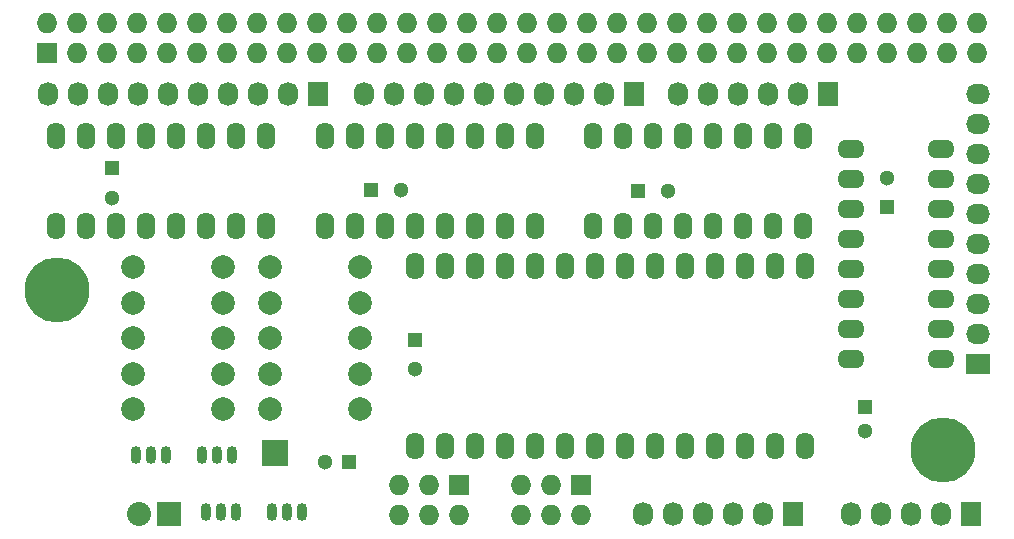
<source format=gbs>
G04 #@! TF.FileFunction,Soldermask,Bot*
%FSLAX46Y46*%
G04 Gerber Fmt 4.6, Leading zero omitted, Abs format (unit mm)*
G04 Created by KiCad (PCBNEW 4.0.4-stable) date 11/21/16 16:02:37*
%MOMM*%
%LPD*%
G01*
G04 APERTURE LIST*
%ADD10C,0.100000*%
%ADD11R,1.727200X1.727200*%
%ADD12O,1.727200X1.727200*%
%ADD13R,2.032000X2.032000*%
%ADD14O,2.032000X2.032000*%
%ADD15R,1.727200X2.032000*%
%ADD16O,1.727200X2.032000*%
%ADD17O,1.600000X2.300000*%
%ADD18R,2.235200X2.235200*%
%ADD19O,0.899160X1.501140*%
%ADD20C,1.998980*%
%ADD21C,5.500000*%
%ADD22R,1.300000X1.300000*%
%ADD23C,1.300000*%
%ADD24R,2.032000X1.727200*%
%ADD25O,2.032000X1.727200*%
%ADD26O,2.300000X1.600000*%
G04 APERTURE END LIST*
D10*
D11*
X179600000Y-101600000D03*
D12*
X179600000Y-99060000D03*
X182140000Y-101600000D03*
X182140000Y-99060000D03*
X184680000Y-101600000D03*
X184680000Y-99060000D03*
X187220000Y-101600000D03*
X187220000Y-99060000D03*
X189760000Y-101600000D03*
X189760000Y-99060000D03*
X192300000Y-101600000D03*
X192300000Y-99060000D03*
X194840000Y-101600000D03*
X194840000Y-99060000D03*
X197380000Y-101600000D03*
X197380000Y-99060000D03*
X199920000Y-101600000D03*
X199920000Y-99060000D03*
X202460000Y-101600000D03*
X202460000Y-99060000D03*
X205000000Y-101600000D03*
X205000000Y-99060000D03*
X207540000Y-101600000D03*
X207540000Y-99060000D03*
X210080000Y-101600000D03*
X210080000Y-99060000D03*
X212620000Y-101600000D03*
X212620000Y-99060000D03*
X215160000Y-101600000D03*
X215160000Y-99060000D03*
X217700000Y-101600000D03*
X217700000Y-99060000D03*
X220240000Y-101600000D03*
X220240000Y-99060000D03*
X222780000Y-101600000D03*
X222780000Y-99060000D03*
X225320000Y-101600000D03*
X225320000Y-99060000D03*
X227860000Y-101600000D03*
X227860000Y-99060000D03*
X230400000Y-101600000D03*
X230400000Y-99060000D03*
X232940000Y-101600000D03*
X232940000Y-99060000D03*
X235480000Y-101600000D03*
X235480000Y-99060000D03*
X238020000Y-101600000D03*
X238020000Y-99060000D03*
X240560000Y-101600000D03*
X240560000Y-99060000D03*
X243100000Y-101600000D03*
X243100000Y-99060000D03*
X245640000Y-101600000D03*
X245640000Y-99060000D03*
X248180000Y-101600000D03*
X248180000Y-99060000D03*
X250720000Y-101600000D03*
X250720000Y-99060000D03*
X253260000Y-101600000D03*
X253260000Y-99060000D03*
X255800000Y-101600000D03*
X255800000Y-99060000D03*
X258340000Y-101600000D03*
X258340000Y-99060000D03*
D13*
X189870000Y-140670000D03*
D14*
X187330000Y-140670000D03*
D15*
X242725000Y-140675000D03*
D16*
X240185000Y-140675000D03*
X237645000Y-140675000D03*
X235105000Y-140675000D03*
X232565000Y-140675000D03*
X230025000Y-140675000D03*
D17*
X210700000Y-134900000D03*
X213240000Y-134900000D03*
X215780000Y-134900000D03*
X218320000Y-134900000D03*
X220860000Y-134900000D03*
X223400000Y-134900000D03*
X225940000Y-134900000D03*
X228480000Y-134900000D03*
X231020000Y-134900000D03*
X233560000Y-134900000D03*
X236100000Y-134900000D03*
X238640000Y-134900000D03*
X241180000Y-134900000D03*
X243720000Y-134900000D03*
X243720000Y-119660000D03*
X241180000Y-119660000D03*
X238640000Y-119660000D03*
X236100000Y-119660000D03*
X233560000Y-119660000D03*
X231020000Y-119660000D03*
X228480000Y-119660000D03*
X225940000Y-119660000D03*
X223400000Y-119660000D03*
X220860000Y-119660000D03*
X218320000Y-119660000D03*
X215780000Y-119660000D03*
X213240000Y-119660000D03*
X210700000Y-119660000D03*
D11*
X214400000Y-138200000D03*
D12*
X214400000Y-140740000D03*
X211860000Y-138200000D03*
X211860000Y-140740000D03*
X209320000Y-138200000D03*
X209320000Y-140740000D03*
D18*
X198875000Y-135475000D03*
D11*
X224800000Y-138200000D03*
D12*
X224800000Y-140740000D03*
X222260000Y-138200000D03*
X222260000Y-140740000D03*
X219720000Y-138200000D03*
X219720000Y-140740000D03*
D15*
X257775000Y-140675000D03*
D16*
X255235000Y-140675000D03*
X252695000Y-140675000D03*
X250155000Y-140675000D03*
X247615000Y-140675000D03*
D19*
X194305000Y-140525000D03*
X193035000Y-140525000D03*
X195575000Y-140525000D03*
X199905000Y-140525000D03*
X198635000Y-140525000D03*
X201175000Y-140525000D03*
X193930000Y-135700000D03*
X192660000Y-135700000D03*
X195200000Y-135700000D03*
D20*
X194420000Y-125770000D03*
X186800000Y-125770000D03*
X206020000Y-125770000D03*
X198400000Y-125770000D03*
X194420000Y-122770000D03*
X186800000Y-122770000D03*
X206020000Y-122770000D03*
X198400000Y-122770000D03*
X194420000Y-119770000D03*
X186800000Y-119770000D03*
X206020000Y-119770000D03*
X198400000Y-119770000D03*
D21*
X180375000Y-121725000D03*
X255380000Y-135220000D03*
D19*
X188330000Y-135700000D03*
X187060000Y-135700000D03*
X189600000Y-135700000D03*
D20*
X206020000Y-128770000D03*
X198400000Y-128770000D03*
X194420000Y-131770000D03*
X186800000Y-131770000D03*
X186820000Y-128770000D03*
X194440000Y-128770000D03*
X206020000Y-131770000D03*
X198400000Y-131770000D03*
D22*
X185100000Y-111400000D03*
D23*
X185100000Y-113900000D03*
D22*
X207025000Y-113225000D03*
D23*
X209525000Y-113225000D03*
D22*
X229625000Y-113275000D03*
D23*
X232125000Y-113275000D03*
D22*
X250700000Y-114675000D03*
D23*
X250700000Y-112175000D03*
D22*
X210700000Y-125925000D03*
D23*
X210700000Y-128425000D03*
D15*
X229250000Y-105080000D03*
D16*
X226710000Y-105080000D03*
X224170000Y-105080000D03*
X221630000Y-105080000D03*
X219090000Y-105080000D03*
X216550000Y-105080000D03*
X214010000Y-105080000D03*
X211470000Y-105080000D03*
X208930000Y-105080000D03*
X206390000Y-105080000D03*
D15*
X202500000Y-105100000D03*
D16*
X199960000Y-105100000D03*
X197420000Y-105100000D03*
X194880000Y-105100000D03*
X192340000Y-105100000D03*
X189800000Y-105100000D03*
X187260000Y-105100000D03*
X184720000Y-105100000D03*
X182180000Y-105100000D03*
X179640000Y-105100000D03*
D24*
X258400000Y-128000000D03*
D25*
X258400000Y-125460000D03*
X258400000Y-122920000D03*
X258400000Y-120380000D03*
X258400000Y-117840000D03*
X258400000Y-115300000D03*
X258400000Y-112760000D03*
X258400000Y-110220000D03*
X258400000Y-107680000D03*
X258400000Y-105140000D03*
D15*
X245700000Y-105080000D03*
D16*
X243160000Y-105080000D03*
X240620000Y-105080000D03*
X238080000Y-105080000D03*
X235540000Y-105080000D03*
X233000000Y-105080000D03*
D17*
X203100000Y-116300000D03*
X205640000Y-116300000D03*
X208180000Y-116300000D03*
X210720000Y-116300000D03*
X213260000Y-116300000D03*
X215800000Y-116300000D03*
X218340000Y-116300000D03*
X220880000Y-116300000D03*
X220880000Y-108680000D03*
X218340000Y-108680000D03*
X215800000Y-108680000D03*
X213260000Y-108680000D03*
X210720000Y-108680000D03*
X208180000Y-108680000D03*
X205640000Y-108680000D03*
X203100000Y-108680000D03*
X180300000Y-116300000D03*
X182840000Y-116300000D03*
X185380000Y-116300000D03*
X187920000Y-116300000D03*
X190460000Y-116300000D03*
X193000000Y-116300000D03*
X195540000Y-116300000D03*
X198080000Y-116300000D03*
X198080000Y-108680000D03*
X195540000Y-108680000D03*
X193000000Y-108680000D03*
X190460000Y-108680000D03*
X187920000Y-108680000D03*
X185380000Y-108680000D03*
X182840000Y-108680000D03*
X180300000Y-108680000D03*
X225800000Y-116300000D03*
X228340000Y-116300000D03*
X230880000Y-116300000D03*
X233420000Y-116300000D03*
X235960000Y-116300000D03*
X238500000Y-116300000D03*
X241040000Y-116300000D03*
X243580000Y-116300000D03*
X243580000Y-108680000D03*
X241040000Y-108680000D03*
X238500000Y-108680000D03*
X235960000Y-108680000D03*
X233420000Y-108680000D03*
X230880000Y-108680000D03*
X228340000Y-108680000D03*
X225800000Y-108680000D03*
D26*
X247600000Y-109800000D03*
X247600000Y-112340000D03*
X247600000Y-114880000D03*
X247600000Y-117420000D03*
X247600000Y-119960000D03*
X247600000Y-122500000D03*
X247600000Y-125040000D03*
X247600000Y-127580000D03*
X255220000Y-127580000D03*
X255220000Y-125040000D03*
X255220000Y-122500000D03*
X255220000Y-119960000D03*
X255220000Y-117420000D03*
X255220000Y-114880000D03*
X255220000Y-112340000D03*
X255220000Y-109800000D03*
D22*
X248825000Y-131625000D03*
D23*
X248825000Y-133625000D03*
D22*
X205125000Y-136275000D03*
D23*
X203125000Y-136275000D03*
M02*

</source>
